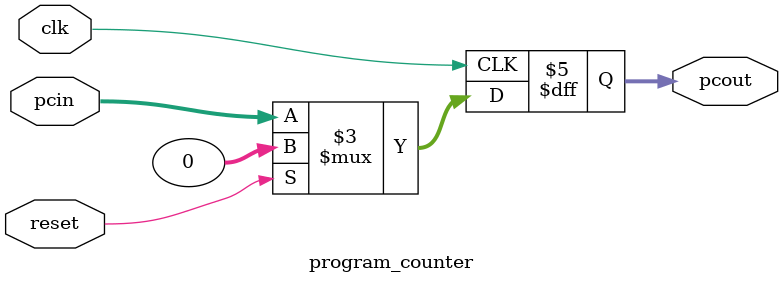
<source format=v>


module program_counter( reset,pcin,clk,pcout);
input[31:0] pcin;
input reset,clk;
output[31:0] pcout;

reg[31:0] pcout;

always @(posedge clk) begin
if(reset)
pcout<=8'h0;
else
pcout<=pcin;
end
//<statements>

endmodule


</source>
